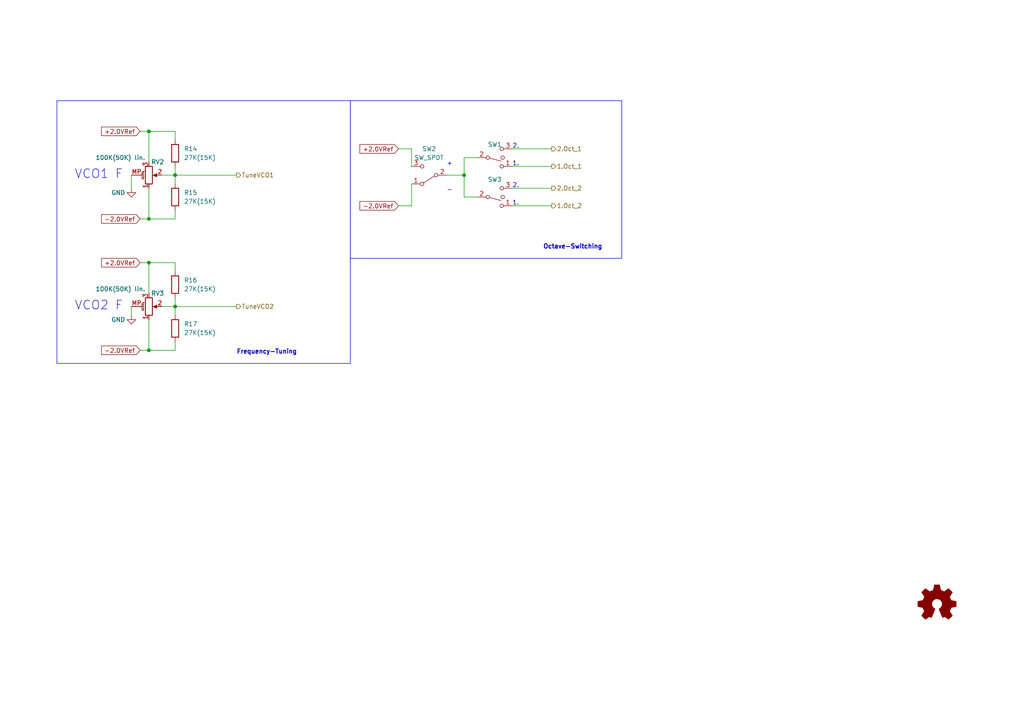
<source format=kicad_sch>
(kicad_sch (version 20230121) (generator eeschema)

  (uuid 51793953-df17-4bf3-845c-b62e10df822c)

  (paper "A4")

  (title_block
    (title "2MoreVO")
    (date "2024-07-09")
    (rev "1.0")
    (company "ImooDi")
    (comment 1 "CC BY-NC-SA")
  )

  (lib_symbols
    (symbol "Graphic:Logo_Open_Hardware_Small" (in_bom no) (on_board no)
      (property "Reference" "#SYM" (at 0 6.985 0)
        (effects (font (size 1.27 1.27)) hide)
      )
      (property "Value" "Logo_Open_Hardware_Small" (at 0 -5.715 0)
        (effects (font (size 1.27 1.27)) hide)
      )
      (property "Footprint" "" (at 0 0 0)
        (effects (font (size 1.27 1.27)) hide)
      )
      (property "Datasheet" "~" (at 0 0 0)
        (effects (font (size 1.27 1.27)) hide)
      )
      (property "Sim.Enable" "0" (at 0 0 0)
        (effects (font (size 1.27 1.27)) hide)
      )
      (property "ki_keywords" "Logo" (at 0 0 0)
        (effects (font (size 1.27 1.27)) hide)
      )
      (property "ki_description" "Open Hardware logo, small" (at 0 0 0)
        (effects (font (size 1.27 1.27)) hide)
      )
      (symbol "Logo_Open_Hardware_Small_0_1"
        (polyline
          (pts
            (xy 3.3528 -4.3434)
            (xy 3.302 -4.318)
            (xy 3.175 -4.2418)
            (xy 2.9972 -4.1148)
            (xy 2.7686 -3.9624)
            (xy 2.54 -3.81)
            (xy 2.3622 -3.7084)
            (xy 2.2352 -3.6068)
            (xy 2.1844 -3.5814)
            (xy 2.159 -3.6068)
            (xy 2.0574 -3.6576)
            (xy 1.905 -3.7338)
            (xy 1.8034 -3.7846)
            (xy 1.6764 -3.8354)
            (xy 1.6002 -3.8354)
            (xy 1.6002 -3.8354)
            (xy 1.5494 -3.7338)
            (xy 1.4732 -3.5306)
            (xy 1.3462 -3.302)
            (xy 1.2446 -3.0226)
            (xy 1.1176 -2.7178)
            (xy 0.9652 -2.413)
            (xy 0.8636 -2.1082)
            (xy 0.7366 -1.8288)
            (xy 0.6604 -1.6256)
            (xy 0.6096 -1.4732)
            (xy 0.5842 -1.397)
            (xy 0.5842 -1.397)
            (xy 0.6604 -1.3208)
            (xy 0.7874 -1.2446)
            (xy 1.0414 -1.016)
            (xy 1.2954 -0.6858)
            (xy 1.4478 -0.3302)
            (xy 1.524 0.0762)
            (xy 1.4732 0.4572)
            (xy 1.3208 0.8128)
            (xy 1.0668 1.143)
            (xy 0.762 1.3716)
            (xy 0.4064 1.524)
            (xy 0 1.5748)
            (xy -0.381 1.5494)
            (xy -0.7366 1.397)
            (xy -1.0668 1.143)
            (xy -1.2192 0.9906)
            (xy -1.397 0.6604)
            (xy -1.524 0.3048)
            (xy -1.524 0.2286)
            (xy -1.4986 -0.1778)
            (xy -1.397 -0.5334)
            (xy -1.1938 -0.8636)
            (xy -0.9144 -1.143)
            (xy -0.8636 -1.1684)
            (xy -0.7366 -1.27)
            (xy -0.635 -1.3462)
            (xy -0.5842 -1.397)
            (xy -1.0668 -2.5908)
            (xy -1.143 -2.794)
            (xy -1.2954 -3.1242)
            (xy -1.397 -3.4036)
            (xy -1.4986 -3.6322)
            (xy -1.5748 -3.7846)
            (xy -1.6002 -3.8354)
            (xy -1.6002 -3.8354)
            (xy -1.651 -3.8354)
            (xy -1.7272 -3.81)
            (xy -1.905 -3.7338)
            (xy -2.0066 -3.683)
            (xy -2.1336 -3.6068)
            (xy -2.2098 -3.5814)
            (xy -2.2606 -3.6068)
            (xy -2.3622 -3.683)
            (xy -2.54 -3.81)
            (xy -2.7686 -3.9624)
            (xy -2.9718 -4.0894)
            (xy -3.1496 -4.2164)
            (xy -3.302 -4.318)
            (xy -3.3528 -4.3434)
            (xy -3.3782 -4.3434)
            (xy -3.429 -4.318)
            (xy -3.5306 -4.2164)
            (xy -3.7084 -4.064)
            (xy -3.937 -3.8354)
            (xy -3.9624 -3.81)
            (xy -4.1656 -3.6068)
            (xy -4.318 -3.4544)
            (xy -4.4196 -3.3274)
            (xy -4.445 -3.2766)
            (xy -4.445 -3.2766)
            (xy -4.4196 -3.2258)
            (xy -4.318 -3.0734)
            (xy -4.2164 -2.8956)
            (xy -4.064 -2.667)
            (xy -3.6576 -2.0828)
            (xy -3.8862 -1.5494)
            (xy -3.937 -1.3716)
            (xy -4.0386 -1.1684)
            (xy -4.0894 -1.0414)
            (xy -4.1148 -0.9652)
            (xy -4.191 -0.9398)
            (xy -4.318 -0.9144)
            (xy -4.5466 -0.8636)
            (xy -4.8006 -0.8128)
            (xy -5.0546 -0.7874)
            (xy -5.2578 -0.7366)
            (xy -5.4356 -0.7112)
            (xy -5.5118 -0.6858)
            (xy -5.5118 -0.6858)
            (xy -5.5372 -0.635)
            (xy -5.5372 -0.5588)
            (xy -5.5372 -0.4318)
            (xy -5.5626 -0.2286)
            (xy -5.5626 0.0762)
            (xy -5.5626 0.127)
            (xy -5.5372 0.4064)
            (xy -5.5372 0.635)
            (xy -5.5372 0.762)
            (xy -5.5372 0.8382)
            (xy -5.5372 0.8382)
            (xy -5.461 0.8382)
            (xy -5.3086 0.889)
            (xy -5.08 0.9144)
            (xy -4.826 0.9652)
            (xy -4.8006 0.9906)
            (xy -4.5466 1.0414)
            (xy -4.318 1.0668)
            (xy -4.1656 1.1176)
            (xy -4.0894 1.143)
            (xy -4.0894 1.143)
            (xy -4.0386 1.2446)
            (xy -3.9624 1.4224)
            (xy -3.8608 1.6256)
            (xy -3.7846 1.8288)
            (xy -3.7084 2.0066)
            (xy -3.6576 2.159)
            (xy -3.6322 2.2098)
            (xy -3.6322 2.2098)
            (xy -3.683 2.286)
            (xy -3.7592 2.413)
            (xy -3.8862 2.5908)
            (xy -4.064 2.8194)
            (xy -4.064 2.8448)
            (xy -4.2164 3.0734)
            (xy -4.3434 3.2512)
            (xy -4.4196 3.3782)
            (xy -4.445 3.4544)
            (xy -4.445 3.4544)
            (xy -4.3942 3.5052)
            (xy -4.2926 3.6322)
            (xy -4.1148 3.81)
            (xy -3.937 4.0132)
            (xy -3.8608 4.064)
            (xy -3.6576 4.2926)
            (xy -3.5052 4.4196)
            (xy -3.4036 4.4958)
            (xy -3.3528 4.5212)
            (xy -3.3528 4.5212)
            (xy -3.302 4.4704)
            (xy -3.1496 4.3688)
            (xy -2.9718 4.2418)
            (xy -2.7432 4.0894)
            (xy -2.7178 4.0894)
            (xy -2.4892 3.937)
            (xy -2.3114 3.81)
            (xy -2.1844 3.7084)
            (xy -2.1336 3.683)
            (xy -2.1082 3.683)
            (xy -2.032 3.7084)
            (xy -1.8542 3.7592)
            (xy -1.6764 3.8354)
            (xy -1.4732 3.937)
            (xy -1.27 4.0132)
            (xy -1.143 4.064)
            (xy -1.0668 4.1148)
            (xy -1.0668 4.1148)
            (xy -1.0414 4.191)
            (xy -1.016 4.3434)
            (xy -0.9652 4.572)
            (xy -0.9144 4.8514)
            (xy -0.889 4.9022)
            (xy -0.8382 5.1562)
            (xy -0.8128 5.3848)
            (xy -0.7874 5.5372)
            (xy -0.762 5.588)
            (xy -0.7112 5.6134)
            (xy -0.5842 5.6134)
            (xy -0.4064 5.6134)
            (xy -0.1524 5.6134)
            (xy 0.0762 5.6134)
            (xy 0.3302 5.6134)
            (xy 0.5334 5.6134)
            (xy 0.6858 5.588)
            (xy 0.7366 5.588)
            (xy 0.7366 5.588)
            (xy 0.762 5.5118)
            (xy 0.8128 5.334)
            (xy 0.8382 5.1054)
            (xy 0.9144 4.826)
            (xy 0.9144 4.7752)
            (xy 0.9652 4.5212)
            (xy 1.016 4.2926)
            (xy 1.0414 4.1402)
            (xy 1.0668 4.0894)
            (xy 1.0668 4.0894)
            (xy 1.1938 4.0386)
            (xy 1.3716 3.9624)
            (xy 1.5748 3.8608)
            (xy 2.0828 3.6576)
            (xy 2.7178 4.0894)
            (xy 2.7686 4.1402)
            (xy 2.9972 4.2926)
            (xy 3.175 4.4196)
            (xy 3.302 4.4958)
            (xy 3.3782 4.5212)
            (xy 3.3782 4.5212)
            (xy 3.429 4.4704)
            (xy 3.556 4.3434)
            (xy 3.7338 4.191)
            (xy 3.9116 3.9878)
            (xy 4.064 3.8354)
            (xy 4.2418 3.6576)
            (xy 4.3434 3.556)
            (xy 4.4196 3.4798)
            (xy 4.4196 3.429)
            (xy 4.4196 3.4036)
            (xy 4.3942 3.3274)
            (xy 4.2926 3.2004)
            (xy 4.1656 2.9972)
            (xy 4.0132 2.794)
            (xy 3.8862 2.5908)
            (xy 3.7592 2.3876)
            (xy 3.6576 2.2352)
            (xy 3.6322 2.159)
            (xy 3.6322 2.1336)
            (xy 3.683 2.0066)
            (xy 3.7592 1.8288)
            (xy 3.8608 1.6002)
            (xy 4.064 1.1176)
            (xy 4.3942 1.0414)
            (xy 4.5974 1.016)
            (xy 4.8768 0.9652)
            (xy 5.1308 0.9144)
            (xy 5.5372 0.8382)
            (xy 5.5626 -0.6604)
            (xy 5.4864 -0.6858)
            (xy 5.4356 -0.6858)
            (xy 5.2832 -0.7366)
            (xy 5.0546 -0.762)
            (xy 4.8006 -0.8128)
            (xy 4.5974 -0.8636)
            (xy 4.3688 -0.9144)
            (xy 4.2164 -0.9398)
            (xy 4.1402 -0.9398)
            (xy 4.1148 -0.9652)
            (xy 4.064 -1.0668)
            (xy 3.9878 -1.2446)
            (xy 3.9116 -1.4478)
            (xy 3.81 -1.651)
            (xy 3.7338 -1.8542)
            (xy 3.683 -2.0066)
            (xy 3.6576 -2.0828)
            (xy 3.683 -2.1336)
            (xy 3.7846 -2.2606)
            (xy 3.8862 -2.4638)
            (xy 4.0386 -2.667)
            (xy 4.191 -2.8956)
            (xy 4.318 -3.0734)
            (xy 4.3942 -3.2004)
            (xy 4.445 -3.2766)
            (xy 4.4196 -3.3274)
            (xy 4.3434 -3.429)
            (xy 4.1656 -3.5814)
            (xy 3.937 -3.8354)
            (xy 3.8862 -3.8608)
            (xy 3.683 -4.064)
            (xy 3.5306 -4.2164)
            (xy 3.4036 -4.318)
            (xy 3.3528 -4.3434)
          )
          (stroke (width 0) (type default))
          (fill (type outline))
        )
      )
    )
    (symbol "Library:R" (pin_numbers hide) (pin_names (offset 0)) (in_bom yes) (on_board yes)
      (property "Reference" "R" (at 2.032 0 90)
        (effects (font (size 1.27 1.27)))
      )
      (property "Value" "R" (at 0 0 90)
        (effects (font (size 1.27 1.27)))
      )
      (property "Footprint" "" (at -1.778 0 90)
        (effects (font (size 1.27 1.27)) hide)
      )
      (property "Datasheet" "~" (at 0 0 0)
        (effects (font (size 1.27 1.27)) hide)
      )
      (property "ki_keywords" "R res resistor" (at 0 0 0)
        (effects (font (size 1.27 1.27)) hide)
      )
      (property "ki_description" "Resistor" (at 0 0 0)
        (effects (font (size 1.27 1.27)) hide)
      )
      (property "ki_fp_filters" "R_*" (at 0 0 0)
        (effects (font (size 1.27 1.27)) hide)
      )
      (symbol "R_0_1"
        (rectangle (start -1.016 -2.54) (end 1.016 2.54)
          (stroke (width 0.254) (type default))
          (fill (type none))
        )
      )
      (symbol "R_1_1"
        (pin passive line (at 0 3.81 270) (length 1.27)
          (name "~" (effects (font (size 1.27 1.27))))
          (number "1" (effects (font (size 1.27 1.27))))
        )
        (pin passive line (at 0 -3.81 90) (length 1.27)
          (name "~" (effects (font (size 1.27 1.27))))
          (number "2" (effects (font (size 1.27 1.27))))
        )
      )
    )
    (symbol "Library:R_Potentiometer_MountingPin" (pin_names (offset 1.016) hide) (in_bom yes) (on_board yes)
      (property "Reference" "RV" (at -8.255 0 90)
        (effects (font (size 1.27 1.27)))
      )
      (property "Value" "R_Potentiometer_MountingPin" (at -6.35 0 90)
        (effects (font (size 1.27 1.27)))
      )
      (property "Footprint" "" (at 0 0 0)
        (effects (font (size 1.27 1.27)) hide)
      )
      (property "Datasheet" "~" (at 0 0 0)
        (effects (font (size 1.27 1.27)) hide)
      )
      (property "ki_keywords" "resistor variable" (at 0 0 0)
        (effects (font (size 1.27 1.27)) hide)
      )
      (property "ki_description" "Potentiometer with a mounting pin" (at 0 0 0)
        (effects (font (size 1.27 1.27)) hide)
      )
      (property "ki_fp_filters" "Potentiometer*" (at 0 0 0)
        (effects (font (size 1.27 1.27)) hide)
      )
      (symbol "R_Potentiometer_MountingPin_0_1"
        (polyline
          (pts
            (xy 2.54 0)
            (xy 1.524 0)
          )
          (stroke (width 0) (type default))
          (fill (type none))
        )
        (polyline
          (pts
            (xy 1.143 0)
            (xy 2.286 0.508)
            (xy 2.286 -0.508)
          )
          (stroke (width 0) (type default))
          (fill (type outline))
        )
        (rectangle (start 1.016 2.54) (end -1.016 -2.54)
          (stroke (width 0.254) (type default))
          (fill (type none))
        )
      )
      (symbol "R_Potentiometer_MountingPin_1_1"
        (polyline
          (pts
            (xy -2.032 1.016)
            (xy -2.032 -1.016)
          )
          (stroke (width 0.1524) (type default))
          (fill (type none))
        )
        (text "Mounting" (at -1.651 0 900)
          (effects (font (size 0.381 0.381)))
        )
        (pin passive line (at 0 3.81 270) (length 1.27)
          (name "1" (effects (font (size 1.27 1.27))))
          (number "1" (effects (font (size 1.27 1.27))))
        )
        (pin passive line (at 3.81 0 180) (length 1.27)
          (name "2" (effects (font (size 1.27 1.27))))
          (number "2" (effects (font (size 1.27 1.27))))
        )
        (pin passive line (at 0 -3.81 90) (length 1.27)
          (name "3" (effects (font (size 1.27 1.27))))
          (number "3" (effects (font (size 1.27 1.27))))
        )
        (pin passive line (at -5.08 0 0) (length 3.048)
          (name "MountPin" (effects (font (size 1.27 1.27))))
          (number "MP" (effects (font (size 1.27 1.27))))
        )
      )
    )
    (symbol "Library:SW_SPDT" (pin_names (offset 0) hide) (in_bom yes) (on_board yes)
      (property "Reference" "SW" (at 0 4.318 0)
        (effects (font (size 1.27 1.27)))
      )
      (property "Value" "SW_SPDT" (at 0 -5.08 0)
        (effects (font (size 1.27 1.27)))
      )
      (property "Footprint" "" (at 0 0 0)
        (effects (font (size 1.27 1.27)) hide)
      )
      (property "Datasheet" "~" (at 0 0 0)
        (effects (font (size 1.27 1.27)) hide)
      )
      (property "ki_keywords" "switch single-pole double-throw spdt ON-ON" (at 0 0 0)
        (effects (font (size 1.27 1.27)) hide)
      )
      (property "ki_description" "Switch, single pole double throw" (at 0 0 0)
        (effects (font (size 1.27 1.27)) hide)
      )
      (symbol "SW_SPDT_0_0"
        (circle (center -2.032 0) (radius 0.508)
          (stroke (width 0) (type default))
          (fill (type none))
        )
        (circle (center 2.032 -2.54) (radius 0.508)
          (stroke (width 0) (type default))
          (fill (type none))
        )
      )
      (symbol "SW_SPDT_0_1"
        (polyline
          (pts
            (xy -1.524 0.254)
            (xy 1.651 2.286)
          )
          (stroke (width 0) (type default))
          (fill (type none))
        )
        (circle (center 2.032 2.54) (radius 0.508)
          (stroke (width 0) (type default))
          (fill (type none))
        )
      )
      (symbol "SW_SPDT_1_1"
        (pin passive line (at 5.08 2.54 180) (length 2.54)
          (name "A" (effects (font (size 1.27 1.27))))
          (number "1" (effects (font (size 1.27 1.27))))
        )
        (pin passive line (at -5.08 0 0) (length 2.54)
          (name "B" (effects (font (size 1.27 1.27))))
          (number "2" (effects (font (size 1.27 1.27))))
        )
        (pin passive line (at 5.08 -2.54 180) (length 2.54)
          (name "C" (effects (font (size 1.27 1.27))))
          (number "3" (effects (font (size 1.27 1.27))))
        )
      )
    )
    (symbol "Library:SW_SPDT_MSM" (pin_names (offset 0) hide) (in_bom yes) (on_board yes)
      (property "Reference" "SW" (at 0 5.08 0)
        (effects (font (size 1.27 1.27)))
      )
      (property "Value" "SW_SPDT_MSM" (at 0 -5.08 0)
        (effects (font (size 1.27 1.27)))
      )
      (property "Footprint" "" (at 0 0 0)
        (effects (font (size 1.27 1.27)) hide)
      )
      (property "Datasheet" "~" (at 0 0 0)
        (effects (font (size 1.27 1.27)) hide)
      )
      (property "ki_keywords" "switch spdt single-pole double-throw ON-OFF-ON" (at 0 0 0)
        (effects (font (size 1.27 1.27)) hide)
      )
      (property "ki_description" "Switch, single pole double throw, center OFF position" (at 0 0 0)
        (effects (font (size 1.27 1.27)) hide)
      )
      (symbol "SW_SPDT_MSM_0_0"
        (circle (center -2.032 0) (radius 0.508)
          (stroke (width 0) (type default))
          (fill (type none))
        )
        (polyline
          (pts
            (xy -1.524 0.127)
            (xy 1.778 1.016)
          )
          (stroke (width 0) (type default))
          (fill (type none))
        )
        (circle (center 2.032 -2.54) (radius 0.508)
          (stroke (width 0) (type default))
          (fill (type none))
        )
      )
      (symbol "SW_SPDT_MSM_0_1"
        (circle (center 2.032 2.54) (radius 0.508)
          (stroke (width 0) (type default))
          (fill (type none))
        )
        (circle (center 2.286 0) (radius 0.508)
          (stroke (width 0) (type default))
          (fill (type none))
        )
      )
      (symbol "SW_SPDT_MSM_1_1"
        (pin passive line (at 5.08 2.54 180) (length 2.54)
          (name "1" (effects (font (size 1.27 1.27))))
          (number "1" (effects (font (size 1.27 1.27))))
        )
        (pin passive line (at -5.08 0 0) (length 2.54)
          (name "2" (effects (font (size 1.27 1.27))))
          (number "2" (effects (font (size 1.27 1.27))))
        )
        (pin passive line (at 5.08 -2.54 180) (length 2.54)
          (name "3" (effects (font (size 1.27 1.27))))
          (number "3" (effects (font (size 1.27 1.27))))
        )
      )
    )
    (symbol "power:GND" (power) (pin_names (offset 0)) (in_bom yes) (on_board yes)
      (property "Reference" "#PWR" (at 0 -6.35 0)
        (effects (font (size 1.27 1.27)) hide)
      )
      (property "Value" "GND" (at 0 -3.81 0)
        (effects (font (size 1.27 1.27)))
      )
      (property "Footprint" "" (at 0 0 0)
        (effects (font (size 1.27 1.27)) hide)
      )
      (property "Datasheet" "" (at 0 0 0)
        (effects (font (size 1.27 1.27)) hide)
      )
      (property "ki_keywords" "global power" (at 0 0 0)
        (effects (font (size 1.27 1.27)) hide)
      )
      (property "ki_description" "Power symbol creates a global label with name \"GND\" , ground" (at 0 0 0)
        (effects (font (size 1.27 1.27)) hide)
      )
      (symbol "GND_0_1"
        (polyline
          (pts
            (xy 0 0)
            (xy 0 -1.27)
            (xy 1.27 -1.27)
            (xy 0 -2.54)
            (xy -1.27 -1.27)
            (xy 0 -1.27)
          )
          (stroke (width 0) (type default))
          (fill (type none))
        )
      )
      (symbol "GND_1_1"
        (pin power_in line (at 0 0 270) (length 0) hide
          (name "GND" (effects (font (size 1.27 1.27))))
          (number "1" (effects (font (size 1.27 1.27))))
        )
      )
    )
  )

  (junction (at 50.8 88.9) (diameter 0) (color 0 0 0 0)
    (uuid 10816acf-7479-48a3-a430-9c7b4d92d378)
  )
  (junction (at 43.18 101.6) (diameter 0) (color 0 0 0 0)
    (uuid 34b3af2a-136e-4f38-b81c-e0c2d6a89969)
  )
  (junction (at 50.8 50.8) (diameter 0) (color 0 0 0 0)
    (uuid 69cb4121-5816-42d8-8712-212914423a76)
  )
  (junction (at 43.18 38.1) (diameter 0) (color 0 0 0 0)
    (uuid 7f605b46-5b41-4f56-912a-a1fabd683381)
  )
  (junction (at 43.18 76.2) (diameter 0) (color 0 0 0 0)
    (uuid 85c58170-e9a3-4032-88d3-395fec299a3e)
  )
  (junction (at 43.18 63.5) (diameter 0) (color 0 0 0 0)
    (uuid cded57d2-bb3b-48c6-ba7f-db2ae723caa2)
  )
  (junction (at 134.62 50.8) (diameter 0) (color 0 0 0 0)
    (uuid fbb2fbef-f61b-42f7-bfe2-a98ee2e901da)
  )

  (wire (pts (xy 115.57 43.18) (xy 119.38 43.18))
    (stroke (width 0) (type default))
    (uuid 0791c65f-d40f-4803-914a-dccbc2e414c3)
  )
  (wire (pts (xy 129.54 50.8) (xy 134.62 50.8))
    (stroke (width 0) (type default))
    (uuid 0dd08812-52e0-4b0b-8d87-0934bdf6edc4)
  )
  (wire (pts (xy 138.43 45.72) (xy 134.62 45.72))
    (stroke (width 0) (type default))
    (uuid 16a93032-09bf-4d15-b02a-e6e3fda93871)
  )
  (wire (pts (xy 134.62 57.15) (xy 138.43 57.15))
    (stroke (width 0) (type default))
    (uuid 1b6d1c15-4d40-49b1-a491-c26530e21f99)
  )
  (wire (pts (xy 43.18 101.6) (xy 50.8 101.6))
    (stroke (width 0) (type default))
    (uuid 2847598d-6747-4509-b40d-525640d3c25d)
  )
  (wire (pts (xy 38.1 88.9) (xy 38.1 91.44))
    (stroke (width 0) (type default))
    (uuid 2b87371c-103a-430c-b20c-63b0f8cee913)
  )
  (wire (pts (xy 46.99 88.9) (xy 50.8 88.9))
    (stroke (width 0) (type default))
    (uuid 2c4e1a6b-0dca-45d8-8889-755d7f6c10d4)
  )
  (wire (pts (xy 43.18 92.71) (xy 43.18 101.6))
    (stroke (width 0) (type default))
    (uuid 36a9cae1-a2aa-4d17-81c9-0c6a6d24b019)
  )
  (wire (pts (xy 119.38 43.18) (xy 119.38 48.26))
    (stroke (width 0) (type default))
    (uuid 43d25a52-e617-4c6f-8376-3ae4bfe5ff0a)
  )
  (wire (pts (xy 43.18 63.5) (xy 50.8 63.5))
    (stroke (width 0) (type default))
    (uuid 4520c546-d946-4c4e-b7a4-129114d4fec1)
  )
  (wire (pts (xy 50.8 50.8) (xy 50.8 53.34))
    (stroke (width 0) (type default))
    (uuid 48334f28-c222-41ae-a451-3cf12161109c)
  )
  (wire (pts (xy 43.18 76.2) (xy 43.18 85.09))
    (stroke (width 0) (type default))
    (uuid 4f217eaa-23a6-4ebf-b554-b3991f75fe27)
  )
  (wire (pts (xy 148.59 59.69) (xy 160.02 59.69))
    (stroke (width 0) (type default))
    (uuid 5452d8db-3e1d-4432-97b6-53b42c0ab818)
  )
  (wire (pts (xy 46.99 50.8) (xy 50.8 50.8))
    (stroke (width 0) (type default))
    (uuid 5753b791-140f-4ba8-8fe3-161f7916f410)
  )
  (wire (pts (xy 148.59 43.18) (xy 160.02 43.18))
    (stroke (width 0) (type default))
    (uuid 602e8c6c-d4c0-43e9-b248-e9c07be9ccc5)
  )
  (wire (pts (xy 43.18 76.2) (xy 50.8 76.2))
    (stroke (width 0) (type default))
    (uuid 6419a302-b336-4492-ad81-b65d8297601d)
  )
  (wire (pts (xy 43.18 63.5) (xy 40.64 63.5))
    (stroke (width 0) (type default))
    (uuid 65b08f0f-c7fe-41c0-8183-6c114e993efa)
  )
  (wire (pts (xy 50.8 88.9) (xy 50.8 91.44))
    (stroke (width 0) (type default))
    (uuid 65c96c79-aad0-4223-9a41-35867cbbf95a)
  )
  (wire (pts (xy 50.8 50.8) (xy 68.58 50.8))
    (stroke (width 0) (type default))
    (uuid 69eb63d8-ee3c-4a5b-9246-7487a4d3f9ab)
  )
  (wire (pts (xy 50.8 78.74) (xy 50.8 76.2))
    (stroke (width 0) (type default))
    (uuid 6cbac3af-36e6-4ca7-944c-285bac9a8a48)
  )
  (wire (pts (xy 38.1 50.8) (xy 38.1 54.61))
    (stroke (width 0) (type default))
    (uuid 7f13d047-f4fe-41f5-9a99-e6d9119d6d19)
  )
  (wire (pts (xy 40.64 38.1) (xy 43.18 38.1))
    (stroke (width 0) (type default))
    (uuid 939a06bd-d69c-4219-baa9-1376433aca48)
  )
  (wire (pts (xy 50.8 88.9) (xy 68.58 88.9))
    (stroke (width 0) (type default))
    (uuid 94f69c9e-145a-437f-8e6e-b23172ca9eb3)
  )
  (wire (pts (xy 50.8 86.36) (xy 50.8 88.9))
    (stroke (width 0) (type default))
    (uuid 99e99e86-ff12-4df5-82dd-7caea8c8cb59)
  )
  (wire (pts (xy 50.8 99.06) (xy 50.8 101.6))
    (stroke (width 0) (type default))
    (uuid a936f179-4533-4d8c-879d-46caa0fb771a)
  )
  (wire (pts (xy 119.38 59.69) (xy 119.38 53.34))
    (stroke (width 0) (type default))
    (uuid a9e8db23-28b4-4e57-8c40-1b8d49608e61)
  )
  (wire (pts (xy 50.8 48.26) (xy 50.8 50.8))
    (stroke (width 0) (type default))
    (uuid b0378feb-6c5e-4734-ae78-734d003a31d4)
  )
  (wire (pts (xy 50.8 40.64) (xy 50.8 38.1))
    (stroke (width 0) (type default))
    (uuid b443fb27-1965-4172-940b-a649eda5b13a)
  )
  (wire (pts (xy 43.18 38.1) (xy 43.18 46.99))
    (stroke (width 0) (type default))
    (uuid bc62c3f3-0838-435c-bf7e-3af22467172c)
  )
  (wire (pts (xy 148.59 48.26) (xy 160.02 48.26))
    (stroke (width 0) (type default))
    (uuid c72f400a-18eb-4dc5-a6fd-adbf256ae46a)
  )
  (wire (pts (xy 40.64 76.2) (xy 43.18 76.2))
    (stroke (width 0) (type default))
    (uuid da965c92-c055-48e9-956d-56ae46c39dbd)
  )
  (wire (pts (xy 43.18 101.6) (xy 40.64 101.6))
    (stroke (width 0) (type default))
    (uuid e81732ba-2812-49d8-8594-00518dbab637)
  )
  (wire (pts (xy 134.62 50.8) (xy 134.62 57.15))
    (stroke (width 0) (type default))
    (uuid eb8bf0b9-5ec8-4171-a4c2-5665f5e866e4)
  )
  (wire (pts (xy 134.62 45.72) (xy 134.62 50.8))
    (stroke (width 0) (type default))
    (uuid edda6207-437a-4fe8-9ee5-26442febec2c)
  )
  (wire (pts (xy 148.59 54.61) (xy 160.02 54.61))
    (stroke (width 0) (type default))
    (uuid f0e0d891-d65f-4e94-8604-48342f7195b5)
  )
  (wire (pts (xy 43.18 54.61) (xy 43.18 63.5))
    (stroke (width 0) (type default))
    (uuid f3533ffe-5c9b-4310-b27e-9ee62a926cda)
  )
  (wire (pts (xy 50.8 60.96) (xy 50.8 63.5))
    (stroke (width 0) (type default))
    (uuid f9d82780-426d-4cd6-ad77-efb1566bce22)
  )
  (wire (pts (xy 43.18 38.1) (xy 50.8 38.1))
    (stroke (width 0) (type default))
    (uuid faed9564-9c67-4baf-a4a2-86d0ceead511)
  )
  (wire (pts (xy 115.57 59.69) (xy 119.38 59.69))
    (stroke (width 0) (type default))
    (uuid fcc11332-2430-42b6-9600-48901d72c2f8)
  )

  (rectangle (start 101.6 29.21) (end 180.34 74.93)
    (stroke (width 0) (type default))
    (fill (type none))
    (uuid 2086b911-7b3f-44a0-8b95-ad632d42ec5e)
  )
  (rectangle (start 16.51 29.21) (end 101.6 105.41)
    (stroke (width 0) (type default))
    (fill (type none))
    (uuid 3cd4cdd5-eea1-4bd2-8d6f-72d708acc2f8)
  )

  (text "VCO1 F" (at 21.59 52.07 0)
    (effects (font (size 2.54 2.54)) (justify left bottom))
    (uuid 102c9be3-b775-4f77-aa90-409a35da5067)
  )
  (text "1." (at 148.59 59.69 0)
    (effects (font (size 1.27 1.27)) (justify left bottom))
    (uuid 114bc4d8-25f2-4173-81e3-07d671d2b965)
  )
  (text "-" (at 129.54 55.88 0)
    (effects (font (size 1.27 1.27)) (justify left bottom))
    (uuid 1ddf9f98-0524-48d3-afa8-adcea0b35385)
  )
  (text "+" (at 129.54 48.26 0)
    (effects (font (size 1.27 1.27)) (justify left bottom))
    (uuid 4f25c22e-fc69-483e-9d82-27c52d8e5b3b)
  )
  (text "Frequency-Tuning" (at 68.58 102.87 0)
    (effects (font (size 1.27 1.27) (thickness 0.254) bold) (justify left bottom))
    (uuid 5ada2afe-df56-48a4-8758-e4920da5998a)
  )
  (text "1." (at 148.59 48.26 0)
    (effects (font (size 1.27 1.27)) (justify left bottom))
    (uuid b6153f36-098c-4452-8576-ede9112a4c03)
  )
  (text "2." (at 148.59 43.18 0)
    (effects (font (size 1.27 1.27)) (justify left bottom))
    (uuid c0bc2b44-6da8-4176-a54c-c9e53bb298b0)
  )
  (text "VCO2 F" (at 21.59 90.17 0)
    (effects (font (size 2.54 2.54)) (justify left bottom))
    (uuid d09105b9-ba65-46d2-9f0a-bbdf4e213ce1)
  )
  (text "Octave-Switching" (at 157.48 72.39 0)
    (effects (font (size 1.27 1.27) (thickness 0.254) bold) (justify left bottom))
    (uuid e4945d5b-a79d-4a3b-b713-efdda7bc04ec)
  )
  (text "2." (at 148.59 54.61 0)
    (effects (font (size 1.27 1.27)) (justify left bottom))
    (uuid f91bbe63-fd9e-4323-b333-51ebb0ab002f)
  )

  (global_label "+2.0VRef" (shape input) (at 40.64 38.1 180) (fields_autoplaced)
    (effects (font (size 1.27 1.27)) (justify right))
    (uuid 1a23e61c-c168-45b4-8b5a-a985605add16)
    (property "Intersheetrefs" "${INTERSHEET_REFS}" (at 28.8857 38.1 0)
      (effects (font (size 1.27 1.27)) (justify right) hide)
    )
  )
  (global_label "+2.0VRef" (shape input) (at 115.57 43.18 180) (fields_autoplaced)
    (effects (font (size 1.27 1.27)) (justify right))
    (uuid 27e3d4f1-c8c6-411f-88fe-ba9a070374d2)
    (property "Intersheetrefs" "${INTERSHEET_REFS}" (at 103.8157 43.18 0)
      (effects (font (size 1.27 1.27)) (justify right) hide)
    )
  )
  (global_label "-2.0VRef" (shape input) (at 40.64 101.6 180) (fields_autoplaced)
    (effects (font (size 1.27 1.27)) (justify right))
    (uuid 7467ed94-33cd-4d08-952a-8934c6903224)
    (property "Intersheetrefs" "${INTERSHEET_REFS}" (at 28.8857 101.6 0)
      (effects (font (size 1.27 1.27)) (justify right) hide)
    )
  )
  (global_label "-2.0VRef" (shape input) (at 40.64 63.5 180) (fields_autoplaced)
    (effects (font (size 1.27 1.27)) (justify right))
    (uuid a1dbc9a5-8f81-4538-a3f3-49aabfa0b7b2)
    (property "Intersheetrefs" "${INTERSHEET_REFS}" (at 28.8857 63.5 0)
      (effects (font (size 1.27 1.27)) (justify right) hide)
    )
  )
  (global_label "+2.0VRef" (shape input) (at 40.64 76.2 180) (fields_autoplaced)
    (effects (font (size 1.27 1.27)) (justify right))
    (uuid b03cf80c-b6ee-4298-98ee-fe0638c6bb1f)
    (property "Intersheetrefs" "${INTERSHEET_REFS}" (at 28.8857 76.2 0)
      (effects (font (size 1.27 1.27)) (justify right) hide)
    )
  )
  (global_label "-2.0VRef" (shape input) (at 115.57 59.69 180) (fields_autoplaced)
    (effects (font (size 1.27 1.27)) (justify right))
    (uuid f1351fea-870a-4ce6-97db-ef61f214fa62)
    (property "Intersheetrefs" "${INTERSHEET_REFS}" (at 103.8157 59.69 0)
      (effects (font (size 1.27 1.27)) (justify right) hide)
    )
  )

  (hierarchical_label "TuneVCO1" (shape output) (at 68.58 50.8 0) (fields_autoplaced)
    (effects (font (size 1.27 1.27)) (justify left))
    (uuid 35a95f7b-fb76-49e1-b776-1359d4b0eddf)
  )
  (hierarchical_label "2.Oct_1" (shape output) (at 160.02 43.18 0) (fields_autoplaced)
    (effects (font (size 1.27 1.27)) (justify left))
    (uuid 50857385-f93c-4c1c-820d-9bd1e58efd59)
  )
  (hierarchical_label "1.Oct_1" (shape output) (at 160.02 48.26 0) (fields_autoplaced)
    (effects (font (size 1.27 1.27)) (justify left))
    (uuid a212c2b7-bccf-42ca-974a-f0fe87c5063e)
  )
  (hierarchical_label "2.Oct_2" (shape output) (at 160.02 54.61 0) (fields_autoplaced)
    (effects (font (size 1.27 1.27)) (justify left))
    (uuid a8e517c1-f731-4812-88c8-c6cacff97665)
  )
  (hierarchical_label "1.Oct_2" (shape output) (at 160.02 59.69 0) (fields_autoplaced)
    (effects (font (size 1.27 1.27)) (justify left))
    (uuid ee9790ee-3275-4917-950c-010602087856)
  )
  (hierarchical_label "TuneVCO2" (shape output) (at 68.58 88.9 0) (fields_autoplaced)
    (effects (font (size 1.27 1.27)) (justify left))
    (uuid f9be933b-7885-4ac8-846a-3bb6a635653a)
  )

  (symbol (lib_id "Library:R") (at 50.8 44.45 0) (unit 1)
    (in_bom yes) (on_board yes) (dnp no) (fields_autoplaced)
    (uuid 0cfb8945-2732-44c3-8ac2-d401780aa4b7)
    (property "Reference" "R14" (at 53.34 43.18 0)
      (effects (font (size 1.27 1.27)) (justify left))
    )
    (property "Value" "27K(15K)" (at 53.34 45.72 0)
      (effects (font (size 1.27 1.27)) (justify left))
    )
    (property "Footprint" "Resistor_THT:R_Axial_DIN0204_L3.6mm_D1.6mm_P7.62mm_Horizontal" (at 49.022 44.45 90)
      (effects (font (size 1.27 1.27)) hide)
    )
    (property "Datasheet" "~" (at 50.8 44.45 0)
      (effects (font (size 1.27 1.27)) hide)
    )
    (pin "2" (uuid 1e0f3ac8-28bf-45da-8c21-881fbbbefe3a))
    (pin "1" (uuid b8c2c580-5d3f-4130-927f-c3365a00aac2))
    (instances
      (project "2MoreVO"
        (path "/7f4ad635-7798-4811-9504-264912179fa8/bc1f4e4f-9067-4839-b9e3-be4f455cfe4a"
          (reference "R14") (unit 1)
        )
      )
      (project "2MoreVO_Motherboard_test"
        (path "/a3a69d0b-0aae-47cd-87f6-ad3f11131d3d"
          (reference "R47") (unit 1)
        )
      )
    )
  )

  (symbol (lib_id "Graphic:Logo_Open_Hardware_Small") (at 271.78 175.26 0) (unit 1)
    (in_bom no) (on_board no) (dnp no) (fields_autoplaced)
    (uuid 127b1991-ad30-4bb8-b684-3ed5fb0c992a)
    (property "Reference" "#SYM1" (at 271.78 168.275 0)
      (effects (font (size 1.27 1.27)) hide)
    )
    (property "Value" "Logo_Open_Hardware_Small" (at 271.78 180.975 0)
      (effects (font (size 1.27 1.27)) hide)
    )
    (property "Footprint" "" (at 271.78 175.26 0)
      (effects (font (size 1.27 1.27)) hide)
    )
    (property "Datasheet" "~" (at 271.78 175.26 0)
      (effects (font (size 1.27 1.27)) hide)
    )
    (property "Sim.Enable" "0" (at 271.78 175.26 0)
      (effects (font (size 1.27 1.27)) hide)
    )
    (instances
      (project "2MoreVO"
        (path "/7f4ad635-7798-4811-9504-264912179fa8"
          (reference "#SYM1") (unit 1)
        )
        (path "/7f4ad635-7798-4811-9504-264912179fa8/5cc9b6bf-e21e-46c4-8d8a-07c689ea68be"
          (reference "#SYM3") (unit 1)
        )
        (path "/7f4ad635-7798-4811-9504-264912179fa8/bc1f4e4f-9067-4839-b9e3-be4f455cfe4a"
          (reference "#SYM3") (unit 1)
        )
      )
    )
  )

  (symbol (lib_id "Library:SW_SPDT") (at 124.46 50.8 180) (unit 1)
    (in_bom yes) (on_board yes) (dnp no) (fields_autoplaced)
    (uuid 2b00de4e-cddf-445b-ac33-ae2ed8a0ee88)
    (property "Reference" "SW2" (at 124.46 43.18 0)
      (effects (font (size 1.27 1.27)))
    )
    (property "Value" "SW_SPDT" (at 124.46 45.72 0)
      (effects (font (size 1.27 1.27)))
    )
    (property "Footprint" "PCM_4ms_Switch:Switch_Toggle_SPDT_Mini_SolderLug" (at 124.46 50.8 0)
      (effects (font (size 1.27 1.27)) hide)
    )
    (property "Datasheet" "https://octopart.com/datasheet/a121k12kzq-electroswitch-54850" (at 124.46 50.8 0)
      (effects (font (size 1.27 1.27)) hide)
    )
    (property "Datasheet" "https://octopart.com/datasheet/a121k12kzq-electroswitch-54850" (at 124.46 50.8 0)
      (effects (font (size 1.27 1.27)) hide)
    )
    (pin "3" (uuid 537b4a6d-d5c5-43f2-b6b5-08ee39079ddf))
    (pin "1" (uuid ad6fbb14-0411-41fe-b95d-aa305dc36671))
    (pin "2" (uuid d2159a8f-30dd-43a9-94b3-50c490d71092))
    (instances
      (project "2MoreVO"
        (path "/7f4ad635-7798-4811-9504-264912179fa8/bc1f4e4f-9067-4839-b9e3-be4f455cfe4a"
          (reference "SW2") (unit 1)
        )
      )
      (project "2MoreVO_Motherboard_test"
        (path "/a3a69d0b-0aae-47cd-87f6-ad3f11131d3d"
          (reference "SW1") (unit 1)
        )
      )
    )
  )

  (symbol (lib_id "Library:R") (at 50.8 57.15 0) (unit 1)
    (in_bom yes) (on_board yes) (dnp no) (fields_autoplaced)
    (uuid 34362ffc-4ae9-4a14-a290-6fff2cdaddbb)
    (property "Reference" "R15" (at 53.34 55.88 0)
      (effects (font (size 1.27 1.27)) (justify left))
    )
    (property "Value" "27K(15K)" (at 53.34 58.42 0)
      (effects (font (size 1.27 1.27)) (justify left))
    )
    (property "Footprint" "Resistor_THT:R_Axial_DIN0204_L3.6mm_D1.6mm_P7.62mm_Horizontal" (at 49.022 57.15 90)
      (effects (font (size 1.27 1.27)) hide)
    )
    (property "Datasheet" "~" (at 50.8 57.15 0)
      (effects (font (size 1.27 1.27)) hide)
    )
    (pin "1" (uuid b8ad8f8c-df8d-40ee-b913-d3db8033a12c))
    (pin "2" (uuid 1ab2260e-1e49-4a26-b9c4-d9ac49197b42))
    (instances
      (project "2MoreVO"
        (path "/7f4ad635-7798-4811-9504-264912179fa8/bc1f4e4f-9067-4839-b9e3-be4f455cfe4a"
          (reference "R15") (unit 1)
        )
      )
      (project "2MoreVO_Motherboard_test"
        (path "/a3a69d0b-0aae-47cd-87f6-ad3f11131d3d"
          (reference "R48") (unit 1)
        )
      )
    )
  )

  (symbol (lib_id "Library:SW_SPDT_MSM") (at 143.51 45.72 0) (mirror x) (unit 1)
    (in_bom yes) (on_board yes) (dnp no)
    (uuid 3a75a956-beca-41de-90d3-e37b5e2914e7)
    (property "Reference" "SW1" (at 143.51 41.91 0)
      (effects (font (size 1.27 1.27)))
    )
    (property "Value" "SW_SPDT_MSM" (at 143.637 40.64 0)
      (effects (font (size 1.27 1.27)) hide)
    )
    (property "Footprint" "PCM_4ms_Switch:Switch_Toggle_SPDT_Mini_SolderLug" (at 143.51 45.72 0)
      (effects (font (size 1.27 1.27)) hide)
    )
    (property "Datasheet" "https://octopart.com/datasheet/a121k12kzq-electroswitch-54850" (at 143.51 45.72 0)
      (effects (font (size 1.27 1.27)) hide)
    )
    (property "Datasheet" "https://octopart.com/datasheet/a121k12kzq-electroswitch-54850" (at 143.51 45.72 0)
      (effects (font (size 1.27 1.27)) hide)
    )
    (pin "3" (uuid e4ba501e-b19e-4cbf-9d6e-7d06e847bbd1))
    (pin "1" (uuid cee66a04-801c-44a8-893c-e0f8a7e9ecee))
    (pin "2" (uuid d574d66b-6f80-444b-b9b7-1679f636dfb9))
    (instances
      (project "2MoreVO"
        (path "/7f4ad635-7798-4811-9504-264912179fa8/bc1f4e4f-9067-4839-b9e3-be4f455cfe4a"
          (reference "SW1") (unit 1)
        )
      )
      (project "2MoreVO_Motherboard_test"
        (path "/a3a69d0b-0aae-47cd-87f6-ad3f11131d3d"
          (reference "SW2") (unit 1)
        )
      )
    )
  )

  (symbol (lib_id "Library:R") (at 50.8 95.25 0) (unit 1)
    (in_bom yes) (on_board yes) (dnp no) (fields_autoplaced)
    (uuid 737701a7-8f67-4f50-a063-142a149606ad)
    (property "Reference" "R17" (at 53.34 93.98 0)
      (effects (font (size 1.27 1.27)) (justify left))
    )
    (property "Value" "27K(15K)" (at 53.34 96.52 0)
      (effects (font (size 1.27 1.27)) (justify left))
    )
    (property "Footprint" "Resistor_THT:R_Axial_DIN0204_L3.6mm_D1.6mm_P7.62mm_Horizontal" (at 49.022 95.25 90)
      (effects (font (size 1.27 1.27)) hide)
    )
    (property "Datasheet" "~" (at 50.8 95.25 0)
      (effects (font (size 1.27 1.27)) hide)
    )
    (pin "1" (uuid 974dbc67-5a26-4d41-835e-d9578a1de1ff))
    (pin "2" (uuid ab817e44-a062-489a-996d-39133293ec44))
    (instances
      (project "2MoreVO"
        (path "/7f4ad635-7798-4811-9504-264912179fa8/bc1f4e4f-9067-4839-b9e3-be4f455cfe4a"
          (reference "R17") (unit 1)
        )
      )
      (project "2MoreVO_Motherboard_test"
        (path "/a3a69d0b-0aae-47cd-87f6-ad3f11131d3d"
          (reference "R48") (unit 1)
        )
      )
    )
  )

  (symbol (lib_id "Library:R_Potentiometer_MountingPin") (at 43.18 88.9 0) (mirror x) (unit 1)
    (in_bom yes) (on_board yes) (dnp no)
    (uuid 965f3150-b990-4499-a1d4-264eb9d12d41)
    (property "Reference" "RV3" (at 45.72 85.09 0)
      (effects (font (size 1.27 1.27)))
    )
    (property "Value" "100K(50K) lin." (at 34.925 83.82 0)
      (effects (font (size 1.27 1.27)))
    )
    (property "Footprint" "Potentiometer_THT:Potentiometer_Alps_RK09K_Single_Vertical" (at 43.18 88.9 0)
      (effects (font (size 1.27 1.27)) hide)
    )
    (property "Datasheet" "https://octopart.com/search?autosugg_idx=0&q=P0915N-EC15BR100K&currency=USD&specs=0" (at 43.18 88.9 0)
      (effects (font (size 1.27 1.27)) hide)
    )
    (property "Datasheet" "https://octopart.com/search?autosugg_idx=0&q=P0915N-EC15BR100K&currency=USD&specs=0" (at 43.18 88.9 0)
      (effects (font (size 1.27 1.27)) hide)
    )
    (pin "MP" (uuid 4bcf374f-1c39-47c6-b9a8-63bdad17ac50))
    (pin "2" (uuid 9fe7e646-25f5-42a3-939a-2ee06c1a9f03))
    (pin "1" (uuid 0739870a-7d7b-4861-a26e-cb75a68a56a9))
    (pin "3" (uuid 4340b21a-d1d6-4ea3-9ad8-e8828abe1ec1))
    (instances
      (project "2MoreVO"
        (path "/7f4ad635-7798-4811-9504-264912179fa8/bc1f4e4f-9067-4839-b9e3-be4f455cfe4a"
          (reference "RV3") (unit 1)
        )
      )
      (project "2MoreVO_Motherboard_test"
        (path "/a3a69d0b-0aae-47cd-87f6-ad3f11131d3d"
          (reference "RV1") (unit 1)
        )
      )
    )
  )

  (symbol (lib_id "Library:R_Potentiometer_MountingPin") (at 43.18 50.8 0) (mirror x) (unit 1)
    (in_bom yes) (on_board yes) (dnp no)
    (uuid a307ca98-21c0-4723-a1fd-f6bb2ceab33c)
    (property "Reference" "RV2" (at 45.72 46.99 0)
      (effects (font (size 1.27 1.27)))
    )
    (property "Value" "100K(50K) lin." (at 34.925 45.72 0)
      (effects (font (size 1.27 1.27)))
    )
    (property "Footprint" "Potentiometer_THT:Potentiometer_Alps_RK09K_Single_Vertical" (at 43.18 50.8 0)
      (effects (font (size 1.27 1.27)) hide)
    )
    (property "Datasheet" "https://octopart.com/search?autosugg_idx=0&q=P0915N-EC15BR100K&currency=USD&specs=0" (at 43.18 50.8 0)
      (effects (font (size 1.27 1.27)) hide)
    )
    (property "Datasheet" "https://octopart.com/search?autosugg_idx=0&q=P0915N-EC15BR100K&currency=USD&specs=0" (at 43.18 50.8 0)
      (effects (font (size 1.27 1.27)) hide)
    )
    (pin "MP" (uuid 6ac57dd3-c63e-40fa-806f-1d9a9f21d6ca))
    (pin "2" (uuid db57d177-d656-4d2e-b004-22220c806a18))
    (pin "1" (uuid 06add587-b5d1-4b9f-80a8-00a36ca5a5f3))
    (pin "3" (uuid 7ea3a540-41dd-414c-aea0-bfac98929f43))
    (instances
      (project "2MoreVO"
        (path "/7f4ad635-7798-4811-9504-264912179fa8/bc1f4e4f-9067-4839-b9e3-be4f455cfe4a"
          (reference "RV2") (unit 1)
        )
      )
      (project "2MoreVO_Motherboard_test"
        (path "/a3a69d0b-0aae-47cd-87f6-ad3f11131d3d"
          (reference "RV1") (unit 1)
        )
      )
    )
  )

  (symbol (lib_id "power:GND") (at 38.1 91.44 0) (mirror y) (unit 1)
    (in_bom yes) (on_board yes) (dnp no)
    (uuid a3539d46-cb49-4dd2-b5e9-b22cb0de8cfb)
    (property "Reference" "#PWR066" (at 38.1 97.79 0)
      (effects (font (size 1.27 1.27)) hide)
    )
    (property "Value" "GND" (at 34.29 92.71 0)
      (effects (font (size 1.27 1.27)))
    )
    (property "Footprint" "" (at 38.1 91.44 0)
      (effects (font (size 1.27 1.27)) hide)
    )
    (property "Datasheet" "" (at 38.1 91.44 0)
      (effects (font (size 1.27 1.27)) hide)
    )
    (pin "1" (uuid 0b71f97f-5b62-4c80-b5fe-eb395b53c08e))
    (instances
      (project "2MoreVO"
        (path "/7f4ad635-7798-4811-9504-264912179fa8/19a248db-12ba-407d-8f06-49f3d285fb62"
          (reference "#PWR066") (unit 1)
        )
        (path "/7f4ad635-7798-4811-9504-264912179fa8/bc1f4e4f-9067-4839-b9e3-be4f455cfe4a"
          (reference "#PWR023") (unit 1)
        )
      )
      (project "2MoreVO_Motherboard_test"
        (path "/a3a69d0b-0aae-47cd-87f6-ad3f11131d3d/6dca2b98-c41b-4e0d-9924-ad8ece48a6f3"
          (reference "#PWR053") (unit 1)
        )
      )
    )
  )

  (symbol (lib_id "power:GND") (at 38.1 54.61 0) (mirror y) (unit 1)
    (in_bom yes) (on_board yes) (dnp no)
    (uuid aecf8dda-3c68-4bdc-99d1-228d4c4d0b00)
    (property "Reference" "#PWR066" (at 38.1 60.96 0)
      (effects (font (size 1.27 1.27)) hide)
    )
    (property "Value" "GND" (at 34.29 55.88 0)
      (effects (font (size 1.27 1.27)))
    )
    (property "Footprint" "" (at 38.1 54.61 0)
      (effects (font (size 1.27 1.27)) hide)
    )
    (property "Datasheet" "" (at 38.1 54.61 0)
      (effects (font (size 1.27 1.27)) hide)
    )
    (pin "1" (uuid b377f7d8-ed2d-4394-8f1c-a9d22e0f3072))
    (instances
      (project "2MoreVO"
        (path "/7f4ad635-7798-4811-9504-264912179fa8/19a248db-12ba-407d-8f06-49f3d285fb62"
          (reference "#PWR066") (unit 1)
        )
        (path "/7f4ad635-7798-4811-9504-264912179fa8/bc1f4e4f-9067-4839-b9e3-be4f455cfe4a"
          (reference "#PWR022") (unit 1)
        )
      )
      (project "2MoreVO_Motherboard_test"
        (path "/a3a69d0b-0aae-47cd-87f6-ad3f11131d3d/6dca2b98-c41b-4e0d-9924-ad8ece48a6f3"
          (reference "#PWR053") (unit 1)
        )
      )
    )
  )

  (symbol (lib_id "Library:R") (at 50.8 82.55 0) (unit 1)
    (in_bom yes) (on_board yes) (dnp no) (fields_autoplaced)
    (uuid be82f5bc-f121-4e06-833f-38987aad2ca5)
    (property "Reference" "R16" (at 53.34 81.28 0)
      (effects (font (size 1.27 1.27)) (justify left))
    )
    (property "Value" "27K(15K)" (at 53.34 83.82 0)
      (effects (font (size 1.27 1.27)) (justify left))
    )
    (property "Footprint" "Resistor_THT:R_Axial_DIN0204_L3.6mm_D1.6mm_P7.62mm_Horizontal" (at 49.022 82.55 90)
      (effects (font (size 1.27 1.27)) hide)
    )
    (property "Datasheet" "~" (at 50.8 82.55 0)
      (effects (font (size 1.27 1.27)) hide)
    )
    (pin "2" (uuid 4d04ab34-0ff1-4ef7-9eb6-5b9c3e733e57))
    (pin "1" (uuid 398d3caa-4a4e-4374-be7e-7426ec53a53c))
    (instances
      (project "2MoreVO"
        (path "/7f4ad635-7798-4811-9504-264912179fa8/bc1f4e4f-9067-4839-b9e3-be4f455cfe4a"
          (reference "R16") (unit 1)
        )
      )
      (project "2MoreVO_Motherboard_test"
        (path "/a3a69d0b-0aae-47cd-87f6-ad3f11131d3d"
          (reference "R47") (unit 1)
        )
      )
    )
  )

  (symbol (lib_id "Library:SW_SPDT_MSM") (at 143.51 57.15 0) (mirror x) (unit 1)
    (in_bom yes) (on_board yes) (dnp no)
    (uuid d3aa71d6-f8ff-46ce-ba88-ae715efb9adc)
    (property "Reference" "SW3" (at 143.51 52.07 0)
      (effects (font (size 1.27 1.27)))
    )
    (property "Value" "SW_SPDT_MSM" (at 143.637 52.07 0)
      (effects (font (size 1.27 1.27)) hide)
    )
    (property "Footprint" "PCM_4ms_Switch:Switch_Toggle_SPDT_Mini_SolderLug" (at 143.51 57.15 0)
      (effects (font (size 1.27 1.27)) hide)
    )
    (property "Datasheet" "https://octopart.com/datasheet/a121k12kzq-electroswitch-54850" (at 143.51 57.15 0)
      (effects (font (size 1.27 1.27)) hide)
    )
    (property "Datasheet" "https://octopart.com/datasheet/a121k12kzq-electroswitch-54850" (at 143.51 57.15 0)
      (effects (font (size 1.27 1.27)) hide)
    )
    (pin "3" (uuid 9bb0b866-4a8a-4c76-8bbb-04e31d00afc2))
    (pin "1" (uuid 4d568d2b-9536-4ce4-a06d-a591050c13e3))
    (pin "2" (uuid 81e4822e-e203-4144-a49c-dabb6cb4e6a0))
    (instances
      (project "2MoreVO"
        (path "/7f4ad635-7798-4811-9504-264912179fa8/bc1f4e4f-9067-4839-b9e3-be4f455cfe4a"
          (reference "SW3") (unit 1)
        )
      )
      (project "2MoreVO_Motherboard_test"
        (path "/a3a69d0b-0aae-47cd-87f6-ad3f11131d3d"
          (reference "SW3") (unit 1)
        )
      )
    )
  )
)

</source>
